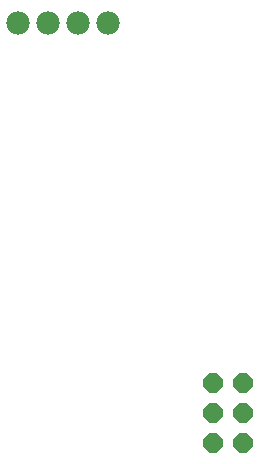
<source format=gbs>
G04 EAGLE Gerber RS-274X export*
G75*
%MOMM*%
%FSLAX34Y34*%
%LPD*%
%INSoldermask Bottom*%
%IPPOS*%
%AMOC8*
5,1,8,0,0,1.08239X$1,22.5*%
G01*
%ADD10C,1.981200*%
%ADD11P,1.759533X8X112.500000*%


D10*
X190500Y596900D03*
X215900Y596900D03*
X241300Y596900D03*
X266700Y596900D03*
D11*
X381000Y241300D03*
X355600Y241300D03*
X381000Y266700D03*
X355600Y266700D03*
X381000Y292100D03*
X355600Y292100D03*
M02*

</source>
